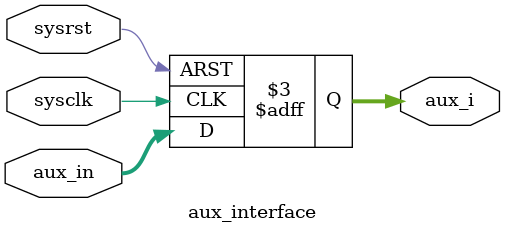
<source format=v>
module aux_interface(sysclk,sysrst,aux_in,aux_i);

input sysclk,sysrst;
input [31:0] aux_in;
output reg [31:0] aux_i;

always@(posedge sysclk or negedge sysrst)
begin
    if(~sysrst)
        aux_i <= 32'd0;
    else
        aux_i <= aux_in;
end

endmodule

</source>
